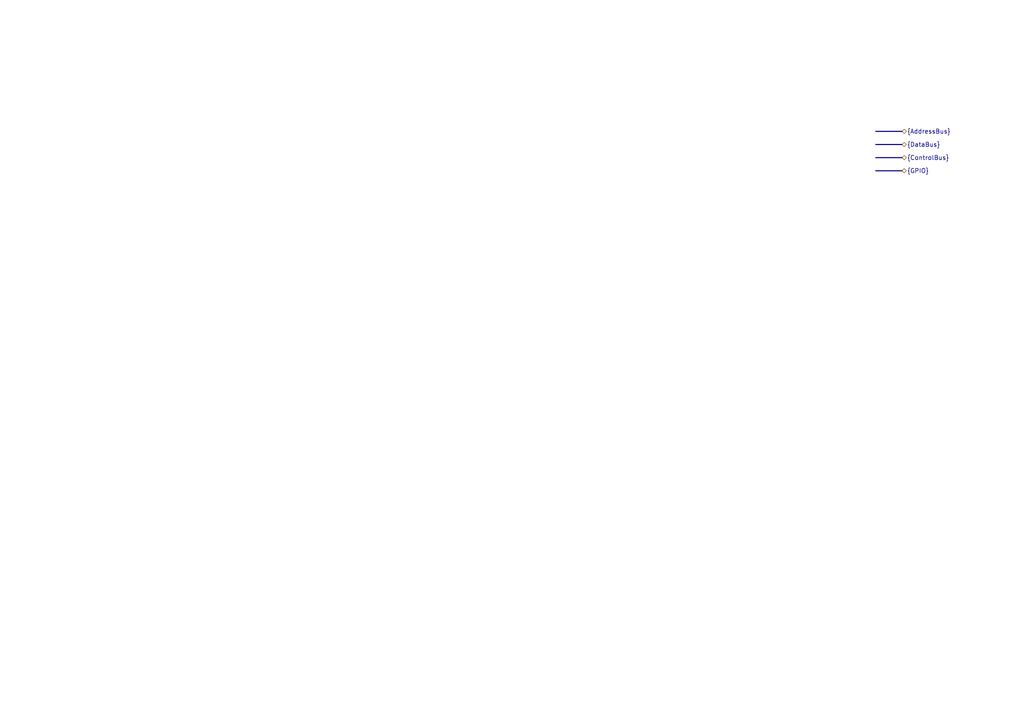
<source format=kicad_sch>
(kicad_sch
	(version 20231120)
	(generator "eeschema")
	(generator_version "8.0")
	(uuid "2f8fc0dd-5528-4be1-b18a-875b52089964")
	(paper "A4")
	(lib_symbols)
	(bus_alias "AddressBus"
		(members "A[0..23]")
	)
	(bus_alias "ControlBus"
		(members "R/~{W}" "~{CS}[0..9]" "~{RES}" "~{IRQ}" "~{NMI}" "~{VIRQ}" "BE"
			"BA" "~{RD}" "~{WR}"
		)
	)
	(bus_alias "DataBus"
		(members "D[0..7]")
	)
	(bus_alias "GPIO"
		(members "P4[0..7]" "P5[0..7]" "P6[0..7]" "P7[0..7]")
	)
	(bus
		(pts
			(xy 254 41.91) (xy 261.62 41.91)
		)
		(stroke
			(width 0)
			(type default)
		)
		(uuid "04dfd170-d91f-4248-ada5-a8a9709546f4")
	)
	(bus
		(pts
			(xy 254 45.72) (xy 261.62 45.72)
		)
		(stroke
			(width 0)
			(type default)
		)
		(uuid "39642a0c-18cd-4901-970c-ca9b8ce42425")
	)
	(bus
		(pts
			(xy 254 38.1) (xy 261.62 38.1)
		)
		(stroke
			(width 0)
			(type default)
		)
		(uuid "c9425d6c-de3c-453d-9458-0f4f98f09eb2")
	)
	(bus
		(pts
			(xy 254 49.53) (xy 261.62 49.53)
		)
		(stroke
			(width 0)
			(type default)
		)
		(uuid "ef2f5791-7f70-4ef8-b857-b2d95f5ad086")
	)
	(hierarchical_label "{ControlBus}"
		(shape bidirectional)
		(at 261.62 45.72 0)
		(fields_autoplaced yes)
		(effects
			(font
				(size 1.27 1.27)
			)
			(justify left)
		)
		(uuid "20201dd2-c24a-46eb-8fa1-5353e3da6f17")
	)
	(hierarchical_label "{GPIO}"
		(shape bidirectional)
		(at 261.62 49.53 0)
		(fields_autoplaced yes)
		(effects
			(font
				(size 1.27 1.27)
			)
			(justify left)
		)
		(uuid "37f18878-51c9-4389-ab34-00681ae2ee83")
	)
	(hierarchical_label "{DataBus}"
		(shape bidirectional)
		(at 261.62 41.91 0)
		(fields_autoplaced yes)
		(effects
			(font
				(size 1.27 1.27)
			)
			(justify left)
		)
		(uuid "8fe801f2-8771-4c65-8c2b-20785a52816f")
	)
	(hierarchical_label "{AddressBus}"
		(shape bidirectional)
		(at 261.62 38.1 0)
		(fields_autoplaced yes)
		(effects
			(font
				(size 1.27 1.27)
			)
			(justify left)
		)
		(uuid "c0a186c1-c09a-455a-8f51-5146a13fcf34")
	)
)
</source>
